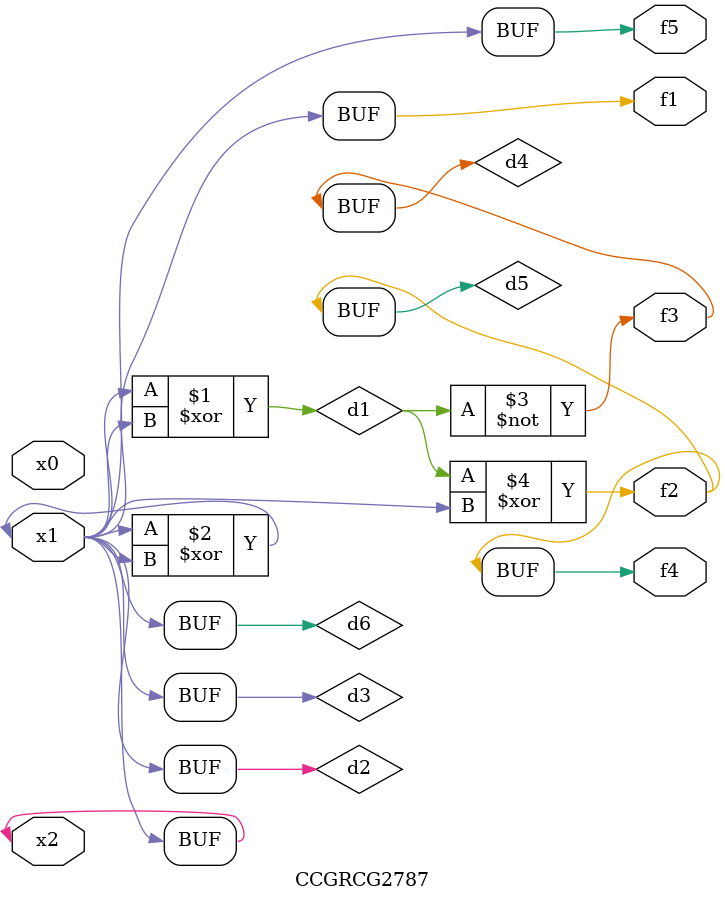
<source format=v>
module CCGRCG2787(
	input x0, x1, x2,
	output f1, f2, f3, f4, f5
);

	wire d1, d2, d3, d4, d5, d6;

	xor (d1, x1, x2);
	buf (d2, x1, x2);
	xor (d3, x1, x2);
	nor (d4, d1);
	xor (d5, d1, d2);
	buf (d6, d2, d3);
	assign f1 = d6;
	assign f2 = d5;
	assign f3 = d4;
	assign f4 = d5;
	assign f5 = d6;
endmodule

</source>
